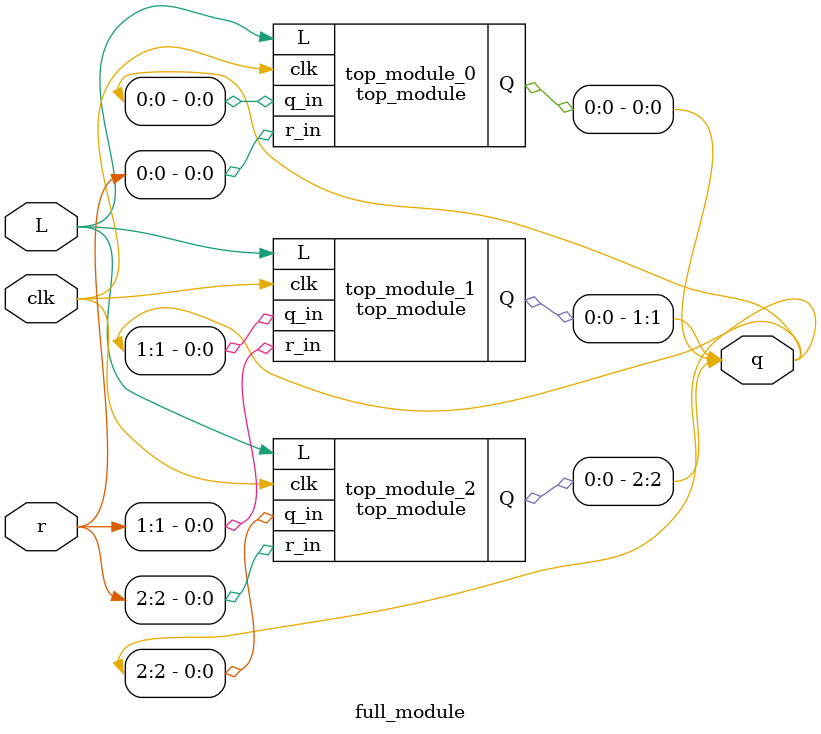
<source format=sv>
module top_module(
    input clk,
    input L,
    input q_in,
    input r_in,
    output reg Q
);

always @(posedge clk) begin
    if (L) begin
        Q <= r_in;
    end else begin
        Q <= q_in;
    end
end

endmodule
module full_module (
    input [2:0] r,
    input L,
    input clk,
    output reg [2:0] q
);

top_module top_module_0 (
    .clk(clk),
    .L(L),
    .q_in(q[0]),
    .r_in(r[0]),
    .Q(q[0])
);

top_module top_module_1 (
    .clk(clk),
    .L(L),
    .q_in(q[1]),
    .r_in(r[1]),
    .Q(q[1])
);

top_module top_module_2 (
    .clk(clk),
    .L(L),
    .q_in({q[1] ^ q[2], q[0], q[2]}),
    .r_in(r[2]),
    .Q(q[2])
);

endmodule

</source>
